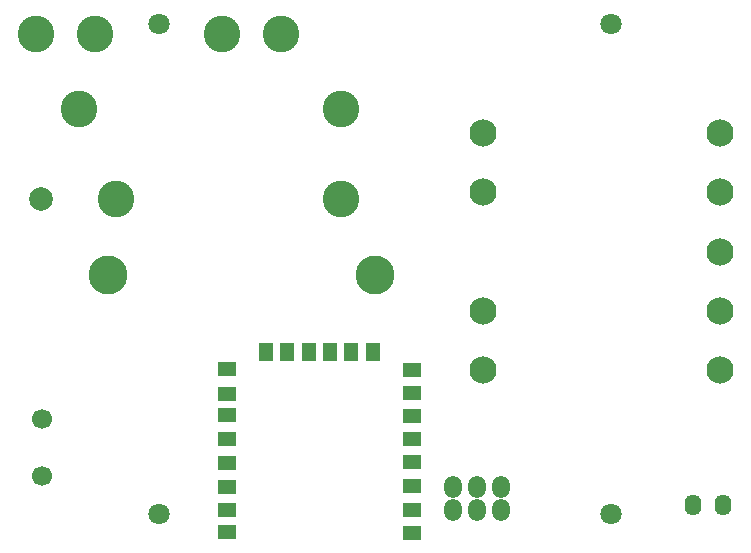
<source format=gts>
G04 DipTrace 2.4.0.2*
%INlayout____.GTS*%
%MOIN*%
%ADD16C,0.0787*%
%ADD17C,0.0709*%
%ADD27O,0.0551X0.0709*%
%ADD58C,0.0669*%
%ADD60R,0.0472X0.0591*%
%ADD62R,0.0591X0.0472*%
%ADD80C,0.0906*%
%ADD96C,0.122*%
%ADD98O,0.0591X0.0748*%
%ADD99C,0.122*%
%ADD101C,0.1299*%
%FSLAX44Y44*%
G04*
G70*
G90*
G75*
G01*
%LNTopMask*%
%LPD*%
D27*
X22925Y1282D3*
X23925D3*
D101*
X12309Y8937D3*
X3411D3*
D17*
X20175Y964D3*
X5096D3*
Y17302D3*
X20175D3*
D99*
X2988Y16970D3*
X1019D3*
X9179Y16978D3*
X7211D3*
D98*
X16500Y1883D3*
X15713D3*
X14925D3*
Y1095D3*
X15713D3*
X16500D3*
D96*
X11175Y14469D3*
X3695Y11477D3*
X11175D3*
X2435Y14469D3*
D16*
X1175Y11477D3*
D80*
X23800Y5782D3*
X15926D3*
Y11688D3*
X23801Y13657D3*
X23800Y11688D3*
Y7751D3*
X15926Y13656D3*
Y7751D3*
X23800Y9719D3*
D62*
X13551Y345D3*
Y1119D3*
Y1893D3*
Y2698D3*
Y3471D3*
Y4245D3*
Y5015D3*
Y5785D3*
X7371Y377D3*
X7363Y1119D3*
X7371Y1881D3*
Y2666D3*
Y3471D3*
Y4276D3*
Y4984D3*
X7370Y5816D3*
D60*
X12237Y6371D3*
X11518D3*
X10819D3*
X10103D3*
X9386D3*
X8685D3*
D58*
X1228Y2236D3*
Y4136D3*
M02*

</source>
